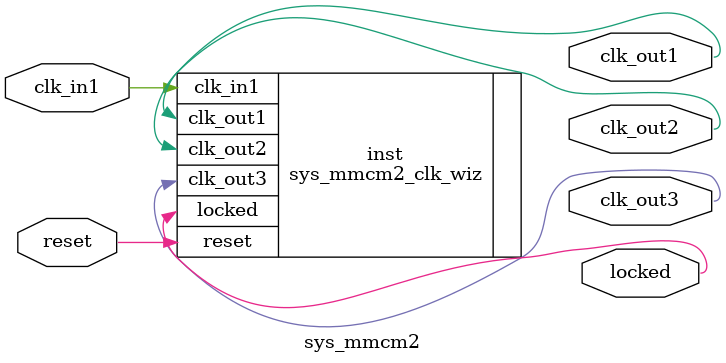
<source format=v>


`timescale 1ps/1ps

(* CORE_GENERATION_INFO = "sys_mmcm2,clk_wiz_v6_0_12_0_0,{component_name=sys_mmcm2,use_phase_alignment=true,use_min_o_jitter=false,use_max_i_jitter=false,use_dyn_phase_shift=false,use_inclk_switchover=false,use_dyn_reconfig=false,enable_axi=0,feedback_source=FDBK_AUTO,PRIMITIVE=MMCM,num_out_clk=3,clkin1_period=8.000,clkin2_period=10.000,use_power_down=false,use_reset=true,use_locked=true,use_inclk_stopped=false,feedback_type=SINGLE,CLOCK_MGR_TYPE=NA,manual_override=false}" *)

module sys_mmcm2 
 (
  // Clock out ports
  output        clk_out1,
  output        clk_out2,
  output        clk_out3,
  // Status and control signals
  input         reset,
  output        locked,
 // Clock in ports
  input         clk_in1
 );

  sys_mmcm2_clk_wiz inst
  (
  // Clock out ports  
  .clk_out1(clk_out1),
  .clk_out2(clk_out2),
  .clk_out3(clk_out3),
  // Status and control signals               
  .reset(reset), 
  .locked(locked),
 // Clock in ports
  .clk_in1(clk_in1)
  );

endmodule

</source>
